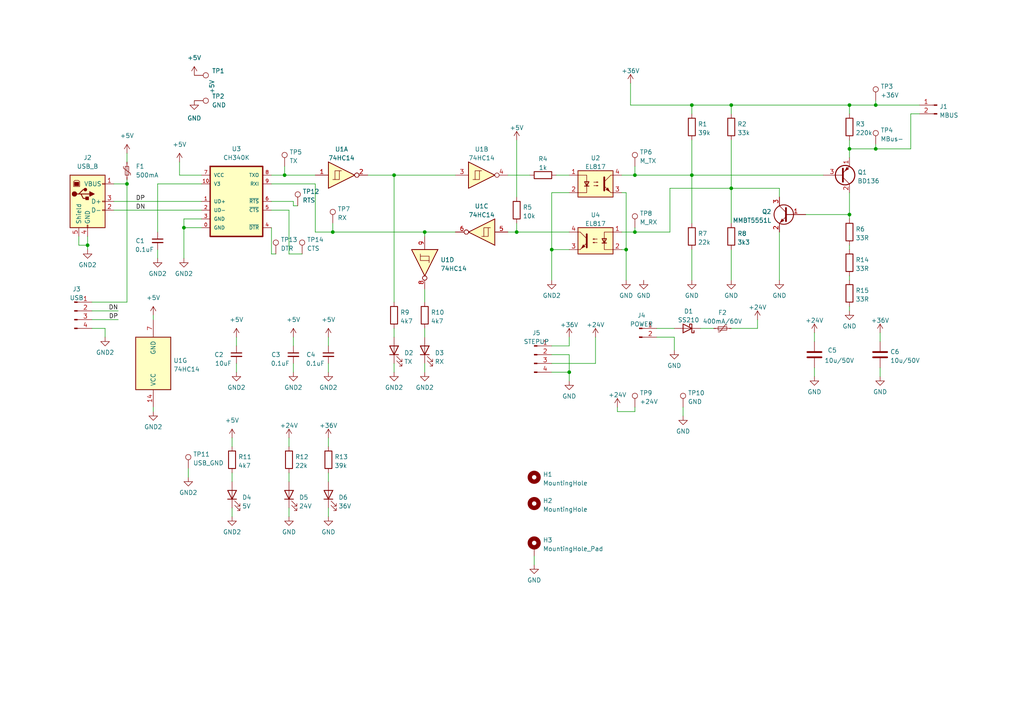
<source format=kicad_sch>
(kicad_sch (version 20211123) (generator eeschema)
  (paper "A4")
  (lib_symbols
    (symbol "74xx:74HC14" (pin_names (offset 1.016))
      (property "Reference" "U" (at 0 1.27 0))
      (property "Value" "74HC14" (at 0 -1.27 0))
      (symbol "74HC14_1_0"
        (polyline (pts (xy -3.81 3.81) (xy -3.81 -3.81) (xy 3.81 0) (xy -3.81 3.81)) (stroke (width 0.254)) (fill (type background)))
        (pin input line (at -7.62 0 0) (length 3.81) (name "~") (number "1"))
        (pin output inverted (at 7.62 0 180) (length 3.81) (name "~") (number "2"))
      )
      (symbol "74HC14_1_1"
        (polyline (pts (xy -1.905 -1.27) (xy -1.905 1.27) (xy -0.635 1.27)))
        (polyline (pts (xy -2.54 -1.27) (xy -0.635 -1.27) (xy -0.635 1.27) (xy 0 1.27)))
      )
      (symbol "74HC14_2_0"
        (polyline (pts (xy -3.81 3.81) (xy -3.81 -3.81) (xy 3.81 0) (xy -3.81 3.81)) (stroke (width 0.254)) (fill (type background)))
        (pin input line (at -7.62 0 0) (length 3.81) (name "~") (number "3"))
        (pin output inverted (at 7.62 0 180) (length 3.81) (name "~") (number "4"))
      )
      (symbol "74HC14_2_1"
        (polyline (pts (xy -1.905 -1.27) (xy -1.905 1.27) (xy -0.635 1.27)))
        (polyline (pts (xy -2.54 -1.27) (xy -0.635 -1.27) (xy -0.635 1.27) (xy 0 1.27)))
      )
      (symbol "74HC14_3_0"
        (polyline (pts (xy -3.81 3.81) (xy -3.81 -3.81) (xy 3.81 0) (xy -3.81 3.81)) (stroke (width 0.254)) (fill (type background)))
        (pin input line (at -7.62 0 0) (length 3.81) (name "~") (number "5"))
        (pin output inverted (at 7.62 0 180) (length 3.81) (name "~") (number "6"))
      )
      (symbol "74HC14_3_1"
        (polyline (pts (xy -1.905 -1.27) (xy -1.905 1.27) (xy -0.635 1.27)))
        (polyline (pts (xy -2.54 -1.27) (xy -0.635 -1.27) (xy -0.635 1.27) (xy 0 1.27)))
      )
      (symbol "74HC14_4_0"
        (polyline (pts (xy -3.81 3.81) (xy -3.81 -3.81) (xy 3.81 0) (xy -3.81 3.81)) (stroke (width 0.254)) (fill (type background)))
        (pin output inverted (at 7.62 0 180) (length 3.81) (name "~") (number "8"))
        (pin input line (at -7.62 0 0) (length 3.81) (name "~") (number "9"))
      )
      (symbol "74HC14_4_1"
        (polyline (pts (xy -1.905 -1.27) (xy -1.905 1.27) (xy -0.635 1.27)))
        (polyline (pts (xy -2.54 -1.27) (xy -0.635 -1.27) (xy -0.635 1.27) (xy 0 1.27)))
      )
      (symbol "74HC14_5_0"
        (polyline (pts (xy -3.81 3.81) (xy -3.81 -3.81) (xy 3.81 0) (xy -3.81 3.81)) (stroke (width 0.254)) (fill (type background)))
        (pin output inverted (at 7.62 0 180) (length 3.81) (name "~") (number "10"))
        (pin input line (at -7.62 0 0) (length 3.81) (name "~") (number "11"))
      )
      (symbol "74HC14_5_1"
        (polyline (pts (xy -1.905 -1.27) (xy -1.905 1.27) (xy -0.635 1.27)))
        (polyline (pts (xy -2.54 -1.27) (xy -0.635 -1.27) (xy -0.635 1.27) (xy 0 1.27)))
      )
      (symbol "74HC14_6_0"
        (polyline (pts (xy -3.81 3.81) (xy -3.81 -3.81) (xy 3.81 0) (xy -3.81 3.81)) (stroke (width 0.254)) (fill (type background)))
        (pin output inverted (at 7.62 0 180) (length 3.81) (name "~") (number "12"))
        (pin input line (at -7.62 0 0) (length 3.81) (name "~") (number "13"))
      )
      (symbol "74HC14_6_1"
        (polyline (pts (xy -1.905 -1.27) (xy -1.905 1.27) (xy -0.635 1.27)))
        (polyline (pts (xy -2.54 -1.27) (xy -0.635 -1.27) (xy -0.635 1.27) (xy 0 1.27)))
      )
      (symbol "74HC14_7_0"
        (pin power_in line (at 0 12.7 270) (length 5.08) (name "VCC") (number "14"))
        (pin power_in line (at 0 -12.7 90) (length 5.08) (name "GND") (number "7"))
      )
      (symbol "74HC14_7_1"
        (rectangle (start -5.08 7.62) (end 5.08 -7.62) (stroke (width 0.254)) (fill (type background)))
      )
    )
    (symbol "CH340E:CH340K" (pin_names (offset 1.016))
      (property "Reference" "U" (at -7.62 10.795 0))
      (property "Value" "CH340K" (at -7.62 -12.7 0))
      (symbol "CH340K_0_0"
        (rectangle (start -7.62 -10.16) (end 7.62 10.16) (stroke (width 0.4064)) (fill (type background)))
        (pin bidirectional line (at -10.16 -7.62 0) (length 2.54) (name "GND") (number "0"))
        (pin bidirectional line (at -10.16 0 0) (length 2.54) (name "UD+") (number "1"))
        (pin bidirectional line (at -10.16 5.08 0) (length 2.54) (name "V3") (number "10"))
        (pin bidirectional line (at -10.16 -2.54 0) (length 2.54) (name "UD-") (number "2"))
        (pin bidirectional line (at -10.16 -5.08 0) (length 2.54) (name "GND") (number "3"))
        (pin bidirectional line (at 10.16 -7.62 180) (length 2.54) (name "~{DTR}") (number "4"))
        (pin bidirectional line (at 10.16 -2.54 180) (length 2.54) (name "~{CTS}") (number "5"))
        (pin bidirectional line (at 10.16 0 180) (length 2.54) (name "~{RTS}") (number "6"))
        (pin bidirectional line (at -10.16 7.62 0) (length 2.54) (name "VCC") (number "7"))
        (pin bidirectional line (at 10.16 7.62 180) (length 2.54) (name "TXO") (number "8"))
        (pin bidirectional line (at 10.16 5.08 180) (length 2.54) (name "RXI") (number "9"))
      )
    )
    (symbol "Connector:Conn_01x02_Male" (pin_names (offset 1.016) hide)
      (property "Reference" "J" (at 0 2.54 0))
      (property "Value" "Conn_01x02_Male" (at 0 -5.08 0))
      (symbol "Conn_01x02_Male_1_1"
        (polyline (pts (xy 1.27 -2.54) (xy 0.8636 -2.54)) (stroke (width 0.1524)))
        (polyline (pts (xy 1.27 0) (xy 0.8636 0)) (stroke (width 0.1524)))
        (rectangle (start 0.8636 -2.413) (end 0 -2.667) (stroke (width 0.1524)) (fill (type outline)))
        (rectangle (start 0.8636 0.127) (end 0 -0.127) (stroke (width 0.1524)) (fill (type outline)))
        (pin passive line (at 5.08 0 180) (length 3.81) (name "Pin_1") (number "1"))
        (pin passive line (at 5.08 -2.54 180) (length 3.81) (name "Pin_2") (number "2"))
      )
    )
    (symbol "Connector:Conn_01x04_Male" (pin_names (offset 1.016) hide)
      (property "Reference" "J" (at 0 5.08 0))
      (property "Value" "Conn_01x04_Male" (at 0 -7.62 0))
      (symbol "Conn_01x04_Male_1_1"
        (polyline (pts (xy 1.27 -5.08) (xy 0.8636 -5.08)) (stroke (width 0.1524)))
        (polyline (pts (xy 1.27 -2.54) (xy 0.8636 -2.54)) (stroke (width 0.1524)))
        (polyline (pts (xy 1.27 0) (xy 0.8636 0)) (stroke (width 0.1524)))
        (polyline (pts (xy 1.27 2.54) (xy 0.8636 2.54)) (stroke (width 0.1524)))
        (rectangle (start 0.8636 -4.953) (end 0 -5.207) (stroke (width 0.1524)) (fill (type outline)))
        (rectangle (start 0.8636 -2.413) (end 0 -2.667) (stroke (width 0.1524)) (fill (type outline)))
        (rectangle (start 0.8636 0.127) (end 0 -0.127) (stroke (width 0.1524)) (fill (type outline)))
        (rectangle (start 0.8636 2.667) (end 0 2.413) (stroke (width 0.1524)) (fill (type outline)))
        (pin passive line (at 5.08 2.54 180) (length 3.81) (name "Pin_1") (number "1"))
        (pin passive line (at 5.08 0 180) (length 3.81) (name "Pin_2") (number "2"))
        (pin passive line (at 5.08 -2.54 180) (length 3.81) (name "Pin_3") (number "3"))
        (pin passive line (at 5.08 -5.08 180) (length 3.81) (name "Pin_4") (number "4"))
      )
    )
    (symbol "Connector:TestPoint" (pin_numbers hide) (pin_names (offset 0.762) hide)
      (property "Reference" "TP" (at 0 6.858 0))
      (property "Value" "TestPoint" (at 0 5.08 0))
      (symbol "TestPoint_0_1"
        (circle (center 0 3.302) (radius 0.762))
      )
      (symbol "TestPoint_1_1"
        (pin passive line (at 0 0 90) (length 2.54) (name "1") (number "1"))
      )
    )
    (symbol "Connector:USB_B" (pin_names (offset 1.016))
      (property "Reference" "J1" (at 0 12.7 0))
      (property "Value" "USB_B" (at 0 10.16 0))
      (symbol "USB_B_0_1"
        (rectangle (start -5.08 -7.62) (end 5.08 7.62) (stroke (width 0.254)) (fill (type background)))
        (circle (center -3.81 2.159) (radius 0.635) (stroke (width 0.254)) (fill (type outline)))
        (rectangle (start -3.81 5.588) (end -2.54 4.572) (fill (type outline)))
        (circle (center -0.635 3.429) (radius 0.381) (stroke (width 0.254)) (fill (type outline)))
        (rectangle (start -0.127 -7.62) (end 0.127 -6.858))
        (polyline (pts (xy -1.905 2.159) (xy 0.635 2.159)) (stroke (width 0.254)))
        (polyline (pts (xy -3.175 2.159) (xy -2.54 2.159) (xy -1.27 3.429) (xy -0.635 3.429)) (stroke (width 0.254)))
        (polyline (pts (xy -2.54 2.159) (xy -1.905 2.159) (xy -1.27 0.889) (xy 0 0.889)) (stroke (width 0.254)))
        (polyline (pts (xy 0.635 2.794) (xy 0.635 1.524) (xy 1.905 2.159) (xy 0.635 2.794)) (stroke (width 0.254)) (fill (type outline)))
        (polyline (pts (xy -4.064 4.318) (xy -2.286 4.318) (xy -2.286 5.715) (xy -2.667 6.096) (xy -3.683 6.096) (xy -4.064 5.715) (xy -4.064 4.318)))
        (rectangle (start 0.254 1.27) (end -0.508 0.508) (stroke (width 0.254)) (fill (type outline)))
        (rectangle (start 5.08 -2.667) (end 4.318 -2.413))
        (rectangle (start 5.08 -0.127) (end 4.318 0.127))
        (rectangle (start 5.08 4.953) (end 4.318 5.207))
      )
      (symbol "USB_B_1_1"
        (pin power_out line (at 7.62 5.08 180) (length 2.54) (name "VBUS") (number "1"))
        (pin bidirectional line (at 7.62 -2.54 180) (length 2.54) (name "D-") (number "2"))
        (pin bidirectional line (at 7.62 0 180) (length 2.54) (name "D+") (number "3"))
        (pin power_out line (at 0 -10.16 90) (length 2.54) (name "GND") (number "4"))
        (pin passive line (at -2.54 -10.16 90) (length 2.54) (name "Shield") (number "5"))
      )
    )
    (symbol "Device:C" (pin_numbers hide) (pin_names (offset 0.254))
      (property "Reference" "C" (at 0.635 2.54 0))
      (property "Value" "C" (at 0.635 -2.54 0))
      (symbol "C_0_1"
        (polyline (pts (xy -2.032 -0.762) (xy 2.032 -0.762)) (stroke (width 0.508)))
        (polyline (pts (xy -2.032 0.762) (xy 2.032 0.762)) (stroke (width 0.508)))
      )
      (symbol "C_1_1"
        (pin passive line (at 0 3.81 270) (length 2.794) (name "~") (number "1"))
        (pin passive line (at 0 -3.81 90) (length 2.794) (name "~") (number "2"))
      )
    )
    (symbol "Device:C_Small" (pin_numbers hide) (pin_names (offset 0.254) hide)
      (property "Reference" "C" (at 0.254 1.778 0))
      (property "Value" "C_Small" (at 0.254 -2.032 0))
      (symbol "C_Small_0_1"
        (polyline (pts (xy -1.524 -0.508) (xy 1.524 -0.508)) (stroke (width 0.3302)))
        (polyline (pts (xy -1.524 0.508) (xy 1.524 0.508)) (stroke (width 0.3048)))
      )
      (symbol "C_Small_1_1"
        (pin passive line (at 0 2.54 270) (length 2.032) (name "~") (number "1"))
        (pin passive line (at 0 -2.54 90) (length 2.032) (name "~") (number "2"))
      )
    )
    (symbol "Device:D_Schottky" (pin_numbers hide) (pin_names (offset 1.016) hide)
      (property "Reference" "D" (at 0 2.54 0))
      (property "Value" "D_Schottky" (at 0 -2.54 0))
      (symbol "D_Schottky_0_1"
        (polyline (pts (xy 1.27 0) (xy -1.27 0)))
        (polyline (pts (xy 1.27 1.27) (xy 1.27 -1.27) (xy -1.27 0) (xy 1.27 1.27)) (stroke (width 0.254)))
        (polyline (pts (xy -1.905 0.635) (xy -1.905 1.27) (xy -1.27 1.27) (xy -1.27 -1.27) (xy -0.635 -1.27) (xy -0.635 -0.635)) (stroke (width 0.254)))
      )
      (symbol "D_Schottky_1_1"
        (pin passive line (at -3.81 0 0) (length 2.54) (name "K") (number "1"))
        (pin passive line (at 3.81 0 180) (length 2.54) (name "A") (number "2"))
      )
    )
    (symbol "Device:LED" (pin_numbers hide) (pin_names (offset 1.016) hide)
      (property "Reference" "D" (at 0 2.54 0))
      (property "Value" "LED" (at 0 -2.54 0))
      (symbol "LED_0_1"
        (polyline (pts (xy -1.27 -1.27) (xy -1.27 1.27)) (stroke (width 0.254)))
        (polyline (pts (xy -1.27 0) (xy 1.27 0)))
        (polyline (pts (xy 1.27 -1.27) (xy 1.27 1.27) (xy -1.27 0) (xy 1.27 -1.27)) (stroke (width 0.254)))
        (polyline (pts (xy -3.048 -0.762) (xy -4.572 -2.286) (xy -3.81 -2.286) (xy -4.572 -2.286) (xy -4.572 -1.524)))
        (polyline (pts (xy -1.778 -0.762) (xy -3.302 -2.286) (xy -2.54 -2.286) (xy -3.302 -2.286) (xy -3.302 -1.524)))
      )
      (symbol "LED_1_1"
        (pin passive line (at -3.81 0 0) (length 2.54) (name "K") (number "1"))
        (pin passive line (at 3.81 0 180) (length 2.54) (name "A") (number "2"))
      )
    )
    (symbol "Device:Polyfuse_Small" (pin_numbers hide) (pin_names (offset 0))
      (property "Reference" "F" (at -1.905 0 90))
      (property "Value" "Polyfuse_Small" (at 1.905 0 90))
      (symbol "Polyfuse_Small_0_1"
        (rectangle (start -0.508 1.27) (end 0.508 -1.27))
        (polyline (pts (xy 0 2.54) (xy 0 -2.54)))
        (polyline (pts (xy -1.016 1.27) (xy -1.016 0.762) (xy 1.016 -0.762) (xy 1.016 -1.27)))
      )
      (symbol "Polyfuse_Small_1_1"
        (pin passive line (at 0 2.54 270) (length 0.635) (name "~") (number "1"))
        (pin passive line (at 0 -2.54 90) (length 0.635) (name "~") (number "2"))
      )
    )
    (symbol "Device:R" (pin_numbers hide) (pin_names (offset 0))
      (property "Reference" "R" (at 2.032 0 90))
      (property "Value" "R" (at 0 0 90))
      (symbol "R_0_1"
        (rectangle (start -1.016 -2.54) (end 1.016 2.54) (stroke (width 0.254)))
      )
      (symbol "R_1_1"
        (pin passive line (at 0 3.81 270) (length 1.27) (name "~") (number "1"))
        (pin passive line (at 0 -3.81 90) (length 1.27) (name "~") (number "2"))
      )
    )
    (symbol "Isolator:EL817" (pin_names (offset 1.016))
      (property "Reference" "U" (at -5.08 5.08 0))
      (property "Value" "EL817" (at 0 5.08 0))
      (symbol "EL817_0_1"
        (rectangle (start -5.08 3.81) (end 5.08 -3.81) (stroke (width 0.254)) (fill (type background)))
        (polyline (pts (xy -3.175 -0.635) (xy -1.905 -0.635)) (stroke (width 0.254)))
        (polyline (pts (xy 2.54 0.635) (xy 4.445 2.54)))
        (polyline (pts (xy 4.445 -2.54) (xy 2.54 -0.635)) (fill (type outline)))
        (polyline (pts (xy 4.445 -2.54) (xy 5.08 -2.54)))
        (polyline (pts (xy 4.445 2.54) (xy 5.08 2.54)))
        (polyline (pts (xy -5.08 2.54) (xy -2.54 2.54) (xy -2.54 -0.635)))
        (polyline (pts (xy -2.54 -0.635) (xy -2.54 -2.54) (xy -5.08 -2.54)))
        (polyline (pts (xy 2.54 1.905) (xy 2.54 -1.905) (xy 2.54 -1.905)) (stroke (width 0.508)))
        (polyline (pts (xy -2.54 -0.635) (xy -3.175 0.635) (xy -1.905 0.635) (xy -2.54 -0.635)) (stroke (width 0.254)))
        (polyline (pts (xy -0.508 -0.508) (xy 0.762 -0.508) (xy 0.381 -0.635) (xy 0.381 -0.381) (xy 0.762 -0.508)))
        (polyline (pts (xy -0.508 0.508) (xy 0.762 0.508) (xy 0.381 0.381) (xy 0.381 0.635) (xy 0.762 0.508)))
        (polyline (pts (xy 3.048 -1.651) (xy 3.556 -1.143) (xy 4.064 -2.159) (xy 3.048 -1.651) (xy 3.048 -1.651)) (fill (type outline)))
      )
      (symbol "EL817_1_1"
        (pin passive line (at -7.62 2.54 0) (length 2.54) (name "~") (number "1"))
        (pin passive line (at -7.62 -2.54 0) (length 2.54) (name "~") (number "2"))
        (pin passive line (at 7.62 -2.54 180) (length 2.54) (name "~") (number "3"))
        (pin passive line (at 7.62 2.54 180) (length 2.54) (name "~") (number "4"))
      )
    )
    (symbol "Mechanical:MountingHole" (pin_names (offset 1.016))
      (property "Reference" "H" (at 0 5.08 0))
      (property "Value" "MountingHole" (at 0 3.175 0))
      (symbol "MountingHole_0_1"
        (circle (center 0 0) (radius 1.27) (stroke (width 1.27)))
      )
    )
    (symbol "Mechanical:MountingHole_Pad" (pin_numbers hide) (pin_names (offset 1.016) hide)
      (property "Reference" "H" (at 0 6.35 0))
      (property "Value" "MountingHole_Pad" (at 0 4.445 0))
      (symbol "MountingHole_Pad_0_1"
        (circle (center 0 1.27) (radius 1.27) (stroke (width 1.27)))
      )
      (symbol "MountingHole_Pad_1_1"
        (pin input line (at 0 -2.54 90) (length 2.54) (name "1") (number "1"))
      )
    )
    (symbol "Transistor_BJT:BD136" (pin_names (offset 0) hide)
      (property "Reference" "Q" (at 5.08 1.905 0))
      (property "Value" "BD136" (at 5.08 0 0))
      (symbol "BD136_0_1"
        (polyline (pts (xy 0 0) (xy 0.635 0)))
        (polyline (pts (xy 2.54 -2.54) (xy 0.635 -0.635)))
        (polyline (pts (xy 2.54 2.54) (xy 0.635 0.635)))
        (polyline (pts (xy 0.635 1.905) (xy 0.635 -1.905) (xy 0.635 -1.905)) (stroke (width 0.508)) (fill (type outline)))
        (polyline (pts (xy 1.778 -2.286) (xy 2.286 -1.778) (xy 1.27 -1.27) (xy 1.778 -2.286) (xy 1.778 -2.286)) (fill (type outline)))
        (circle (center 1.27 0) (radius 2.8194) (stroke (width 0.3048)))
      )
      (symbol "BD136_1_1"
        (pin passive line (at 2.54 -5.08 90) (length 2.54) (name "E") (number "1"))
        (pin passive line (at 2.54 5.08 270) (length 2.54) (name "C") (number "2"))
        (pin input line (at -5.08 0 0) (length 5.08) (name "B") (number "3"))
      )
    )
    (symbol "Transistor_BJT:MMBT5551L" (pin_names (offset 0) hide)
      (property "Reference" "Q" (at 5.08 1.905 0))
      (property "Value" "MMBT5551L" (at 5.08 0 0))
      (symbol "MMBT5551L_0_1"
        (polyline (pts (xy 0.635 0.635) (xy 2.54 2.54)))
        (polyline (pts (xy 0.635 -0.635) (xy 2.54 -2.54) (xy 2.54 -2.54)))
        (polyline (pts (xy 0.635 1.905) (xy 0.635 -1.905) (xy 0.635 -1.905)) (stroke (width 0.508)))
        (polyline (pts (xy 1.27 -1.778) (xy 1.778 -1.27) (xy 2.286 -2.286) (xy 1.27 -1.778) (xy 1.27 -1.778)) (fill (type outline)))
        (circle (center 1.27 0) (radius 2.8194) (stroke (width 0.254)))
      )
      (symbol "MMBT5551L_1_1"
        (pin input line (at -5.08 0 0) (length 5.715) (name "B") (number "1"))
        (pin passive line (at 2.54 -5.08 90) (length 2.54) (name "E") (number "2"))
        (pin passive line (at 2.54 5.08 270) (length 2.54) (name "C") (number "3"))
      )
    )
    (symbol "power:+24V" (power) (pin_names (offset 0))
      (property "Value" "+24V" (at 0 3.556 0))
      (symbol "+24V_0_1"
        (polyline (pts (xy -0.762 1.27) (xy 0 2.54)))
        (polyline (pts (xy 0 0) (xy 0 2.54)))
        (polyline (pts (xy 0 2.54) (xy 0.762 1.27)))
      )
      (symbol "+24V_1_1"
        (pin power_in line (at 0 0 90) (length 0) hide (name "+24V") (number "1"))
      )
    )
    (symbol "power:+36V" (power) (pin_names (offset 0))
      (property "Value" "+36V" (at 0 3.556 0))
      (symbol "+36V_0_1"
        (polyline (pts (xy -0.762 1.27) (xy 0 2.54)))
        (polyline (pts (xy 0 0) (xy 0 2.54)))
        (polyline (pts (xy 0 2.54) (xy 0.762 1.27)))
      )
      (symbol "+36V_1_1"
        (pin power_in line (at 0 0 90) (length 0) hide (name "+36V") (number "1"))
      )
    )
    (symbol "power:+5V" (power) (pin_names (offset 0))
      (property "Value" "+5V" (at 0 3.556 0))
      (symbol "+5V_0_1"
        (polyline (pts (xy -0.762 1.27) (xy 0 2.54)))
        (polyline (pts (xy 0 0) (xy 0 2.54)))
        (polyline (pts (xy 0 2.54) (xy 0.762 1.27)))
      )
      (symbol "+5V_1_1"
        (pin power_in line (at 0 0 90) (length 0) hide (name "+5V") (number "1"))
      )
    )
    (symbol "power:GND" (power) (pin_names (offset 0))
      (property "Value" "GND" (at 0 -3.81 0))
      (symbol "GND_0_1"
        (polyline (pts (xy 0 0) (xy 0 -1.27) (xy 1.27 -1.27) (xy 0 -2.54) (xy -1.27 -1.27) (xy 0 -1.27)))
      )
      (symbol "GND_1_1"
        (pin power_in line (at 0 0 270) (length 0) hide (name "GND") (number "1"))
      )
    )
    (symbol "power:GND2" (power) (pin_names (offset 0))
      (property "Value" "GND2" (at 0 -3.81 0))
      (symbol "GND2_0_1"
        (polyline (pts (xy 0 0) (xy 0 -1.27) (xy 1.27 -1.27) (xy 0 -2.54) (xy -1.27 -1.27) (xy 0 -1.27)))
      )
      (symbol "GND2_1_1"
        (pin power_in line (at 0 0 270) (length 0) hide (name "GND2") (number "1"))
      )
    )
  )
  (junction (at 53.34 66.04))
  (junction (at 36.83 53.34))
  (junction (at 96.52 67.31))
  (junction (at 212.09 54.61))
  (junction (at 246.38 62.23))
  (junction (at 254 43.18))
  (junction (at 254 30.48))
  (junction (at 184.15 50.8))
  (junction (at 212.09 30.48))
  (junction (at 25.4 71.12))
  (junction (at 149.86 67.31))
  (junction (at 181.61 72.39))
  (junction (at 184.15 67.31))
  (junction (at 82.55 50.8))
  (junction (at 246.38 30.48))
  (junction (at 160.02 72.39))
  (junction (at 114.3 50.8))
  (junction (at 200.66 50.8))
  (junction (at 123.19 67.31))
  (junction (at 200.66 30.48))
  (junction (at 165.1 107.95))
  (junction (at 246.38 43.18))
  (wire (pts (xy 53.34 66.04) (xy 53.34 74.93)))
  (wire (pts (xy 219.71 95.25) (xy 219.71 92.71)))
  (wire (pts (xy 67.31 147.32) (xy 67.31 149.86)))
  (wire (pts (xy 160.02 105.41) (xy 172.72 105.41)))
  (wire (pts (xy 184.15 67.31) (xy 194.31 67.31)))
  (wire (pts (xy 78.74 73.66) (xy 80.01 73.66)))
  (wire (pts (xy 182.88 30.48) (xy 200.66 30.48)))
  (wire (pts (xy 83.82 73.66) (xy 83.82 60.96)))
  (wire (pts (xy 95.25 147.32) (xy 95.25 149.86)))
  (wire (pts (xy 26.67 87.63) (xy 36.83 87.63)))
  (wire (pts (xy 154.94 161.29) (xy 154.94 163.83)))
  (wire (pts (xy 195.58 97.79) (xy 195.58 101.6)))
  (wire (pts (xy 184.15 119.38) (xy 184.15 118.11)))
  (wire (pts (xy 149.86 67.31) (xy 165.1 67.31)))
  (wire (pts (xy 179.07 118.11) (xy 179.07 119.38)))
  (wire (pts (xy 26.67 92.71) (xy 34.29 92.71)))
  (wire (pts (xy 198.12 118.11) (xy 198.12 120.65)))
  (wire (pts (xy 200.66 30.48) (xy 212.09 30.48)))
  (wire (pts (xy 123.19 67.31) (xy 96.52 67.31)))
  (wire (pts (xy 181.61 55.88) (xy 181.61 72.39)))
  (wire (pts (xy 212.09 40.64) (xy 212.09 54.61)))
  (wire (pts (xy 91.44 67.31) (xy 91.44 53.34)))
  (wire (pts (xy 194.31 67.31) (xy 194.31 54.61)))
  (wire (pts (xy 30.48 95.25) (xy 30.48 97.79)))
  (wire (pts (xy 82.55 48.26) (xy 82.55 50.8)))
  (wire (pts (xy 85.09 58.42) (xy 85.09 59.69)))
  (wire (pts (xy 255.27 106.68) (xy 255.27 109.22)))
  (wire (pts (xy 114.3 95.25) (xy 114.3 97.79)))
  (wire (pts (xy 236.22 96.52) (xy 236.22 99.06)))
  (wire (pts (xy 184.15 66.04) (xy 184.15 67.31)))
  (wire (pts (xy 160.02 100.33) (xy 165.1 100.33)))
  (wire (pts (xy 180.34 72.39) (xy 181.61 72.39)))
  (wire (pts (xy 254 43.18) (xy 264.16 43.18)))
  (wire (pts (xy 254 29.21) (xy 254 30.48)))
  (wire (pts (xy 160.02 55.88) (xy 160.02 72.39)))
  (wire (pts (xy 53.34 63.5) (xy 53.34 66.04)))
  (wire (pts (xy 212.09 72.39) (xy 212.09 81.28)))
  (wire (pts (xy 149.86 67.31) (xy 147.32 67.31)))
  (wire (pts (xy 87.63 73.66) (xy 83.82 73.66)))
  (wire (pts (xy 212.09 33.02) (xy 212.09 30.48)))
  (wire (pts (xy 233.68 62.23) (xy 246.38 62.23)))
  (wire (pts (xy 22.86 71.12) (xy 25.4 71.12)))
  (wire (pts (xy 95.25 137.16) (xy 95.25 139.7)))
  (wire (pts (xy 161.29 50.8) (xy 165.1 50.8)))
  (wire (pts (xy 85.09 97.79) (xy 85.09 100.33)))
  (wire (pts (xy 172.72 105.41) (xy 172.72 97.79)))
  (wire (pts (xy 212.09 95.25) (xy 219.71 95.25)))
  (wire (pts (xy 25.4 71.12) (xy 25.4 72.39)))
  (wire (pts (xy 56.3479 21.8441) (xy 56.388 21.844)))
  (wire (pts (xy 246.38 43.18) (xy 246.38 45.72)))
  (wire (pts (xy 212.09 54.61) (xy 212.09 64.77)))
  (wire (pts (xy 26.67 95.25) (xy 30.48 95.25)))
  (wire (pts (xy 45.72 53.34) (xy 58.42 53.34)))
  (wire (pts (xy 160.02 102.87) (xy 165.1 102.87)))
  (wire (pts (xy 165.1 102.87) (xy 165.1 107.95)))
  (wire (pts (xy 190.5 97.79) (xy 195.58 97.79)))
  (wire (pts (xy 180.34 55.88) (xy 181.61 55.88)))
  (wire (pts (xy 184.15 50.8) (xy 200.66 50.8)))
  (wire (pts (xy 149.86 64.77) (xy 149.86 67.31)))
  (wire (pts (xy 36.83 44.45) (xy 36.83 46.99)))
  (wire (pts (xy 194.31 54.61) (xy 212.09 54.61)))
  (wire (pts (xy 160.02 72.39) (xy 160.02 81.28)))
  (wire (pts (xy 246.38 43.18) (xy 254 43.18)))
  (wire (pts (xy 33.02 53.34) (xy 36.83 53.34)))
  (wire (pts (xy 165.1 100.33) (xy 165.1 97.79)))
  (wire (pts (xy 95.25 97.79) (xy 95.25 100.33)))
  (wire (pts (xy 58.42 50.8) (xy 52.07 50.8)))
  (wire (pts (xy 25.4 68.58) (xy 25.4 71.12)))
  (wire (pts (xy 212.09 30.48) (xy 246.38 30.48)))
  (wire (pts (xy 78.74 66.04) (xy 78.74 73.66)))
  (wire (pts (xy 190.5 95.25) (xy 195.58 95.25)))
  (wire (pts (xy 67.31 137.16) (xy 67.31 139.7)))
  (wire (pts (xy 246.38 30.48) (xy 246.38 33.02)))
  (wire (pts (xy 95.25 105.41) (xy 95.25 107.95)))
  (wire (pts (xy 52.07 50.8) (xy 52.07 46.99)))
  (wire (pts (xy 53.34 66.04) (xy 58.42 66.04)))
  (wire (pts (xy 149.86 40.64) (xy 149.86 57.15)))
  (wire (pts (xy 264.16 43.18) (xy 264.16 33.02)))
  (wire (pts (xy 226.06 57.15) (xy 226.06 54.61)))
  (wire (pts (xy 200.66 30.48) (xy 200.66 33.02)))
  (wire (pts (xy 68.58 97.79) (xy 68.58 100.33)))
  (wire (pts (xy 200.66 50.8) (xy 238.76 50.8)))
  (wire (pts (xy 200.66 50.8) (xy 200.66 64.77)))
  (wire (pts (xy 203.2 95.25) (xy 207.01 95.25)))
  (wire (pts (xy 106.68 50.8) (xy 114.3 50.8)))
  (wire (pts (xy 179.07 119.38) (xy 184.15 119.38)))
  (wire (pts (xy 246.38 80.01) (xy 246.38 81.28)))
  (wire (pts (xy 45.72 72.39) (xy 45.72 74.93)))
  (wire (pts (xy 33.02 58.42) (xy 58.42 58.42)))
  (wire (pts (xy 254 30.48) (xy 266.7 30.48)))
  (wire (pts (xy 264.16 33.02) (xy 266.7 33.02)))
  (wire (pts (xy 246.38 30.48) (xy 254 30.48)))
  (wire (pts (xy 246.38 40.64) (xy 246.38 43.18)))
  (wire (pts (xy 44.45 118.11) (xy 44.45 119.38)))
  (wire (pts (xy 123.19 83.82) (xy 123.19 87.63)))
  (wire (pts (xy 83.82 137.16) (xy 83.82 139.7)))
  (wire (pts (xy 226.06 67.31) (xy 226.06 81.28)))
  (wire (pts (xy 95.25 127) (xy 95.25 129.54)))
  (wire (pts (xy 45.72 67.31) (xy 45.72 53.34)))
  (wire (pts (xy 26.67 90.17) (xy 34.29 90.17)))
  (wire (pts (xy 78.74 50.8) (xy 82.55 50.8)))
  (wire (pts (xy 114.3 105.41) (xy 114.3 107.95)))
  (wire (pts (xy 123.19 67.31) (xy 123.19 68.58)))
  (wire (pts (xy 182.88 24.13) (xy 182.88 30.48)))
  (wire (pts (xy 160.02 107.95) (xy 165.1 107.95)))
  (wire (pts (xy 246.38 88.9) (xy 246.38 90.17)))
  (wire (pts (xy 91.44 53.34) (xy 78.74 53.34)))
  (wire (pts (xy 36.83 53.34) (xy 36.83 52.07)))
  (wire (pts (xy 54.61 135.89) (xy 54.61 138.43)))
  (wire (pts (xy 255.27 96.52) (xy 255.27 99.06)))
  (wire (pts (xy 254 41.91) (xy 254 43.18)))
  (wire (pts (xy 147.32 50.8) (xy 153.67 50.8)))
  (wire (pts (xy 132.08 67.31) (xy 123.19 67.31)))
  (wire (pts (xy 114.3 50.8) (xy 114.3 87.63)))
  (wire (pts (xy 165.1 55.88) (xy 160.02 55.88)))
  (wire (pts (xy 180.34 50.8) (xy 184.15 50.8)))
  (wire (pts (xy 246.38 55.88) (xy 246.38 62.23)))
  (wire (pts (xy 33.02 60.96) (xy 58.42 60.96)))
  (wire (pts (xy 56.3479 29.2101) (xy 56.388 29.21)))
  (wire (pts (xy 22.86 68.58) (xy 22.86 71.12)))
  (wire (pts (xy 67.31 127) (xy 67.31 129.54)))
  (wire (pts (xy 246.38 62.23) (xy 246.38 63.5)))
  (wire (pts (xy 83.82 127) (xy 83.82 129.54)))
  (wire (pts (xy 212.09 54.61) (xy 226.06 54.61)))
  (wire (pts (xy 181.61 72.39) (xy 181.61 81.28)))
  (wire (pts (xy 165.1 107.95) (xy 165.1 110.49)))
  (wire (pts (xy 114.3 50.8) (xy 132.08 50.8)))
  (wire (pts (xy 236.22 106.68) (xy 236.22 109.22)))
  (wire (pts (xy 78.74 58.42) (xy 85.09 58.42)))
  (wire (pts (xy 85.09 59.69) (xy 86.36 59.69)))
  (wire (pts (xy 96.52 64.77) (xy 96.52 67.31)))
  (wire (pts (xy 82.55 50.8) (xy 91.44 50.8)))
  (wire (pts (xy 246.38 71.12) (xy 246.38 72.39)))
  (wire (pts (xy 200.66 72.39) (xy 200.66 81.28)))
  (wire (pts (xy 200.66 40.64) (xy 200.66 50.8)))
  (wire (pts (xy 123.19 95.25) (xy 123.19 97.79)))
  (wire (pts (xy 68.58 105.41) (xy 68.58 107.95)))
  (wire (pts (xy 85.09 105.41) (xy 85.09 107.95)))
  (wire (pts (xy 96.52 67.31) (xy 91.44 67.31)))
  (wire (pts (xy 180.34 67.31) (xy 184.15 67.31)))
  (wire (pts (xy 36.83 53.34) (xy 36.83 87.63)))
  (wire (pts (xy 83.82 147.32) (xy 83.82 149.86)))
  (wire (pts (xy 58.42 63.5) (xy 53.34 63.5)))
  (wire (pts (xy 123.19 105.41) (xy 123.19 107.95)))
  (wire (pts (xy 184.15 48.26) (xy 184.15 50.8)))
  (wire (pts (xy 44.45 91.44) (xy 44.45 92.71)))
  (wire (pts (xy 160.02 72.39) (xy 165.1 72.39)))
  (wire (pts (xy 83.82 60.96) (xy 78.74 60.96)))
  (label "DP" (at 34.29 92.71 180))
  (label "DN" (at 39.37 60.96 0))
  (label "DP" (at 39.37 58.42 0))
  (label "DN" (at 34.29 90.17 180))
  (symbol (lib_id "power:+5V") (at 95.25 97.79 0) (unit 1)
    (property "Reference" "#PWR0106" (effects hide))
    (property "Value" "+5V" (at 95.25 92.71 0))
  )
  (symbol (lib_id "Connector:TestPoint") (at 184.15 66.04 0) (unit 1)
    (property "Reference" "TP8" (at 185.547 61.9033 0) (effects (justify left)))
    (property "Value" "M_RX" (at 185.547 64.4402 0) (effects (justify left)))
    (property "Footprint" "TestPoint:TestPoint_THTPad_D2.0mm_Drill1.0mm" (effects hide))
  )
  (symbol (lib_id "power:GND") (at 83.82 149.86 0) (unit 1)
    (property "Reference" "#PWR0114" (effects hide))
    (property "Value" "GND" (at 83.82 154.3034 0))
  )
  (symbol (lib_id "Connector:TestPoint") (at 54.61 135.89 0) (unit 1)
    (property "Reference" "TP11" (at 56.007 131.7533 0) (effects (justify left)))
    (property "Value" "USB_GND" (at 56.007 134.2902 0) (effects (justify left)))
    (property "Footprint" "TestPoint:TestPoint_THTPad_D2.0mm_Drill1.0mm" (effects hide))
  )
  (symbol (lib_id "power:GND2") (at 67.31 149.86 0) (unit 1)
    (property "Reference" "#PWR0118" (effects hide))
    (property "Value" "GND2" (at 67.31 154.3034 0))
  )
  (symbol (lib_id "power:GND2") (at 30.48 97.79 0) (unit 1)
    (property "Reference" "#PWR0128" (effects hide))
    (property "Value" "GND2" (at 30.48 102.2334 0))
  )
  (symbol (lib_id "power:+36V") (at 95.25 127 0) (unit 1)
    (property "Reference" "#PWR0109" (effects hide))
    (property "Value" "+36V" (at 95.25 123.4242 0))
  )
  (symbol (lib_id "power:GND2") (at 45.72 74.93 0) (unit 1)
    (property "Reference" "#PWR0126" (effects hide))
    (property "Value" "GND2" (at 45.72 79.3734 0))
  )
  (symbol (lib_id "Connector:TestPoint") (at 184.15 48.26 0) (unit 1)
    (property "Reference" "TP6" (at 185.547 44.1233 0) (effects (justify left)))
    (property "Value" "M_TX" (at 185.547 46.6602 0) (effects (justify left)))
    (property "Footprint" "TestPoint:TestPoint_THTPad_D2.0mm_Drill1.0mm" (effects hide))
  )
  (symbol (lib_id "power:+24V") (at 219.71 92.71 0) (unit 1)
    (property "Reference" "#PWR0132" (effects hide))
    (property "Value" "+24V" (at 219.71 89.1342 0))
  )
  (symbol (lib_id "Device:Polyfuse_Small") (at 36.83 49.53 0) (unit 1)
    (property "Reference" "F1" (at 39.37 48.2599 0) (effects (justify left)))
    (property "Value" "500mA" (at 39.37 50.7999 0) (effects (justify left)))
    (property "Footprint" "Fuse:Fuse_0603_1608Metric" (effects hide))
    (property "LCSC" "C2844463" (effects hide))
  )
  (symbol (lib_id "Device:LED") (at 67.31 143.51 90) (unit 1)
    (property "Reference" "D4" (at 70.231 144.2628 90) (effects (justify right)))
    (property "Value" "5V" (at 70.231 146.7997 90) (effects (justify right)))
    (property "Footprint" "LED_SMD:LED_0603_1608Metric" (effects hide))
    (property "LCSC" "C72043" (effects hide))
  )
  (symbol (lib_id "Isolator:EL817") (at 172.72 69.85 0) (mirror y) (unit 1)
    (property "Reference" "U4" (at 172.72 62.3402 0))
    (property "Value" "EL817" (at 172.72 64.8771 0))
    (property "Footprint" "Package_DIP:SMDIP-4_W7.62mm" (effects hide))
    (property "Datasheet" "http://www.everlight.com/file/ProductFile/EL817.pdf" (effects hide))
    (property "LCSC" "C106900" (effects hide))
  )
  (symbol (lib_id "power:GND2") (at 95.25 107.95 0) (unit 1)
    (property "Reference" "#PWR0107" (effects hide))
    (property "Value" "GND2" (at 95.25 112.3934 0))
  )
  (symbol (lib_id "power:GND") (at 212.09 81.28 0) (unit 1)
    (property "Reference" "#PWR0130" (effects hide))
    (property "Value" "GND" (at 212.09 85.7234 0))
  )
  (symbol (lib_id "Connector:TestPoint") (at 82.55 48.26 0) (unit 1)
    (property "Reference" "TP5" (at 83.947 44.1233 0) (effects (justify left)))
    (property "Value" "TX" (at 83.947 46.6602 0) (effects (justify left)))
    (property "Footprint" "TestPoint:TestPoint_THTPad_D2.0mm_Drill1.0mm" (effects hide))
  )
  (symbol (lib_id "power:GND2") (at 123.19 107.95 0) (unit 1)
    (property "Reference" "#PWR0119" (effects hide))
    (property "Value" "GND2" (at 123.19 112.3934 0))
  )
  (symbol (lib_id "power:+5V") (at 56.3479 21.8441 0) (unit 1)
    (property "Reference" "#PWR0103" (effects hide))
    (property "Value" "+5V" (at 56.3479 16.7641 0))
  )
  (symbol (lib_id "Device:R") (at 212.09 36.83 0) (unit 1)
    (property "Reference" "R2" (at 213.868 35.9953 0) (effects (justify left)))
    (property "Value" "33k" (at 213.868 38.5322 0) (effects (justify left)))
    (property "Footprint" "Resistor_SMD:R_0603_1608Metric" (effects hide))
    (property "LCSC" "C4216" (effects hide))
  )
  (symbol (lib_id "Device:LED") (at 114.3 101.6 90) (unit 1)
    (property "Reference" "D2" (at 117.221 102.3528 90) (effects (justify right)))
    (property "Value" "TX" (at 117.221 104.8897 90) (effects (justify right)))
    (property "LCSC" "C2286" (effects hide))
    (property "Value" "TX" (effects hide))
  )
  (symbol (lib_id "Device:R") (at 114.3 91.44 0) (unit 1)
    (property "Reference" "R9" (at 116.078 90.6053 0) (effects (justify left)))
    (property "Value" "4k7" (at 116.078 93.1422 0) (effects (justify left)))
    (property "Footprint" "Resistor_SMD:R_0603_1608Metric" (effects hide))
    (property "LCSC" "C23162" (effects hide))
  )
  (symbol (lib_id "power:GND") (at 154.94 163.83 0) (unit 1)
    (property "Reference" "#PWR0127" (effects hide))
    (property "Value" "GND" (at 154.94 168.2734 0))
  )
  (symbol (lib_id "power:GND2") (at 85.09 107.95 0) (unit 1)
    (property "Reference" "#PWR0105" (effects hide))
    (property "Value" "GND2" (at 85.09 112.3934 0))
  )
  (symbol (lib_id "Device:D_Schottky") (at 199.39 95.25 180) (unit 1)
    (property "Reference" "D1" (at 199.7075 90.2802 0))
    (property "Value" "SS210" (at 199.7075 92.8171 0))
    (property "LCSC" "C14996" (effects hide))
    (property "Value" "SS210" (effects hide))
  )
  (symbol (lib_id "Mechanical:MountingHole") (at 154.94 138.43 0) (unit 1)
    (property "Reference" "H1" (at 157.48 137.5953 0) (effects (justify left)))
    (property "Value" "MountingHole" (at 157.48 140.1322 0) (effects (justify left)))
    (property "Value" "MountingHole" (effects hide))
  )
  (symbol (lib_id "74xx:74HC14") (at 139.7 67.31 180) (unit 3)
    (property "Reference" "U1" (at 139.7 59.8002 0))
    (property "Value" "74HC14" (at 139.7 62.3371 0))
    (property "Datasheet" "http://www.ti.com/lit/gpn/sn74HC14" (effects hide))
    (property "Datasheet" "http://www.ti.com/lit/gpn/sn74HC14" (effects hide))
    (property "LCSC" "C5605" (effects hide))
    (property "Value" "74HC14" (effects hide))
    (property "JLCPCB_CORRECTION" "0;0;270" (effects hide))
  )
  (symbol (lib_id "power:GND") (at 255.27 109.22 0) (unit 1)
    (property "Reference" "#PWR0135" (effects hide))
    (property "Value" "GND" (at 255.27 113.6634 0))
  )
  (symbol (lib_id "power:GND") (at 181.61 81.28 0) (unit 1)
    (property "Reference" "#PWR0143" (effects hide))
    (property "Value" "GND" (at 181.61 85.7234 0))
  )
  (symbol (lib_id "power:GND") (at 226.06 81.28 0) (unit 1)
    (property "Reference" "#PWR0131" (effects hide))
    (property "Value" "GND" (at 226.06 85.7234 0))
  )
  (symbol (lib_id "power:+5V") (at 149.86 40.64 0) (unit 1)
    (property "Reference" "#PWR0101" (effects hide))
    (property "Value" "+5V" (at 149.86 37.0642 0))
  )
  (symbol (lib_id "Connector:TestPoint") (at 184.15 118.11 0) (unit 1)
    (property "Reference" "TP9" (at 185.547 113.9733 0) (effects (justify left)))
    (property "Value" "+24V" (at 185.547 116.5102 0) (effects (justify left)))
    (property "Footprint" "TestPoint:TestPoint_THTPad_D2.0mm_Drill1.0mm" (effects hide))
  )
  (symbol (lib_id "power:+36V") (at 182.88 24.13 0) (unit 1)
    (property "Reference" "#PWR0140" (effects hide))
    (property "Value" "+36V" (at 182.88 20.5542 0))
  )
  (symbol (lib_id "Device:C") (at 255.27 102.87 0) (unit 1)
    (property "Reference" "C6" (at 258.191 102.0353 0) (effects (justify left)))
    (property "Value" "10u/50V" (at 258.191 104.5722 0) (effects (justify left)))
    (property "Footprint" "Capacitor_SMD:C_0805_2012Metric" (effects hide))
    (property "LCSC" "C440198" (effects hide))
  )
  (symbol (lib_id "power:+5V") (at 67.31 127 0) (unit 1)
    (property "Reference" "#PWR0116" (effects hide))
    (property "Value" "+5V" (at 67.31 121.92 0))
  )
  (symbol (lib_id "Device:R") (at 212.09 68.58 0) (unit 1)
    (property "Reference" "R8" (at 213.868 67.7453 0) (effects (justify left)))
    (property "Value" "3k3" (at 213.868 70.2822 0) (effects (justify left)))
    (property "Footprint" "Resistor_SMD:R_0603_1608Metric" (effects hide))
    (property "LCSC" "C22978" (effects hide))
  )
  (symbol (lib_id "Mechanical:MountingHole") (at 154.94 146.05 0) (unit 1)
    (property "Reference" "H2" (at 157.48 145.2153 0) (effects (justify left)))
    (property "Value" "MountingHole" (at 157.48 147.7522 0) (effects (justify left)))
    (property "Footprint" "MountingHole:MountingHole_3.2mm_M3_ISO14580" (effects hide))
  )
  (symbol (lib_id "power:GND") (at 56.3479 29.2101 0) (unit 1)
    (property "Reference" "#PWR0102" (effects hide))
    (property "Value" "GND" (at 56.3479 34.2901 0))
  )
  (symbol (lib_id "Device:R") (at 246.38 76.2 0) (unit 1)
    (property "Reference" "R14" (at 248.158 75.3653 0) (effects (justify left)))
    (property "Value" "33R" (at 248.158 77.9022 0) (effects (justify left)))
    (property "Footprint" "Resistor_SMD:R_0805_2012Metric" (effects hide))
    (property "LCSC" "C17634" (effects hide))
  )
  (symbol (lib_id "Connector:TestPoint") (at 86.36 59.69 0) (unit 1)
    (property "Reference" "TP12" (at 87.757 55.5533 0) (effects (justify left)))
    (property "Value" "RTS" (at 87.757 58.0902 0) (effects (justify left)))
    (property "Footprint" "TestPoint:TestPoint_THTPad_D2.0mm_Drill1.0mm" (effects hide))
  )
  (symbol (lib_id "power:GND") (at 236.22 109.22 0) (unit 1)
    (property "Reference" "#PWR0139" (effects hide))
    (property "Value" "GND" (at 236.22 113.6634 0))
  )
  (symbol (lib_id "power:GND2") (at 25.4 72.39 0) (unit 1)
    (property "Reference" "#PWR0123" (effects hide))
    (property "Value" "GND2" (at 25.4 76.8334 0))
  )
  (symbol (lib_id "power:GND2") (at 68.58 107.95 0) (unit 1)
    (property "Reference" "#PWR0112" (effects hide))
    (property "Value" "GND2" (at 68.58 112.3934 0))
  )
  (symbol (lib_id "Device:Polyfuse_Small") (at 209.55 95.25 90) (unit 1)
    (property "Reference" "F2" (at 209.55 90.6612 90))
    (property "Value" "400mA/60V" (at 209.55 93.1981 90))
    (property "LCSC" "C462518" (effects hide))
    (property "Value" "400mA/60V" (effects hide))
  )
  (symbol (lib_id "Device:R") (at 83.82 133.35 0) (unit 1)
    (property "Reference" "R12" (at 85.598 132.5153 0) (effects (justify left)))
    (property "Value" "22k" (at 85.598 135.0522 0) (effects (justify left)))
    (property "Footprint" "Resistor_SMD:R_0603_1608Metric" (effects hide))
    (property "LCSC" "C31850" (effects hide))
  )
  (symbol (lib_id "power:GND") (at 200.66 81.28 0) (unit 1)
    (property "Reference" "#PWR0141" (effects hide))
    (property "Value" "GND" (at 200.66 85.7234 0))
  )
  (symbol (lib_id "Connector:TestPoint") (at 198.12 118.11 0) (unit 1)
    (property "Reference" "TP10" (at 199.517 113.9733 0) (effects (justify left)))
    (property "Value" "GND" (at 199.517 116.5102 0) (effects (justify left)))
    (property "Footprint" "TestPoint:TestPoint_THTPad_D2.0mm_Drill1.0mm" (effects hide))
  )
  (symbol (lib_id "power:GND") (at 195.58 101.6 0) (unit 1)
    (property "Reference" "#PWR0133" (effects hide))
    (property "Value" "GND" (at 195.58 106.0434 0))
  )
  (symbol (lib_id "power:+24V") (at 172.72 97.79 0) (unit 1)
    (property "Reference" "#PWR0146" (effects hide))
    (property "Value" "+24V" (at 172.72 94.2142 0))
  )
  (symbol (lib_id "Device:R") (at 246.38 85.09 0) (unit 1)
    (property "Reference" "R15" (at 248.158 84.2553 0) (effects (justify left)))
    (property "Value" "33R" (at 248.158 86.7922 0) (effects (justify left)))
    (property "Footprint" "Resistor_SMD:R_0805_2012Metric" (effects hide))
    (property "LCSC" "C17634" (effects hide))
  )
  (symbol (lib_id "Mechanical:MountingHole_Pad") (at 154.94 158.75 0) (unit 1)
    (property "Reference" "H3" (at 157.48 156.6453 0) (effects (justify left)))
    (property "Value" "MountingHole_Pad" (at 157.48 159.1822 0) (effects (justify left)))
    (property "Value" "MountingHole_Pad" (effects hide))
  )
  (symbol (lib_id "Connector:Conn_01x02_Male") (at 271.78 30.48 0) (mirror y) (unit 1)
    (property "Reference" "J1" (at 272.4912 30.9153 0) (effects (justify right)))
    (property "Value" "MBUS" (at 272.4912 33.4522 0) (effects (justify right)))
    (property "Value" "MBUS" (effects hide))
  )
  (symbol (lib_id "Device:R") (at 149.86 60.96 0) (unit 1)
    (property "Reference" "R5" (at 151.638 60.1253 0) (effects (justify left)))
    (property "Value" "10k" (at 151.638 62.6622 0) (effects (justify left)))
    (property "Footprint" "Resistor_SMD:R_0603_1608Metric" (effects hide))
    (property "LCSC" "C25804" (effects hide))
  )
  (symbol (lib_id "Device:C") (at 236.22 102.87 0) (unit 1)
    (property "Reference" "C5" (at 240.03 101.6 0) (effects (justify left)))
    (property "Value" "10u/50V" (at 239.141 104.5722 0) (effects (justify left)))
    (property "LCSC" "C440198" (effects hide))
    (property "Value" "10u/50V" (effects hide))
  )
  (symbol (lib_id "power:+24V") (at 179.07 118.11 0) (unit 1)
    (property "Reference" "#PWR0137" (effects hide))
    (property "Value" "+24V" (at 179.07 114.5342 0))
  )
  (symbol (lib_id "Device:C_Small") (at 95.25 102.87 0) (unit 1)
    (property "Reference" "C4" (at 90.17 102.87 0))
    (property "Value" "0.1uF" (at 91.44 105.41 0))
    (property "Footprint" "Capacitor_SMD:C_0603_1608Metric" (effects hide))
    (property "LCSC" "C14663" (effects hide))
  )
  (symbol (lib_id "Device:R") (at 200.66 68.58 0) (unit 1)
    (property "Reference" "R7" (at 202.438 67.7453 0) (effects (justify left)))
    (property "Value" "22k" (at 202.438 70.2822 0) (effects (justify left)))
    (property "Footprint" "Resistor_SMD:R_0603_1608Metric" (effects hide))
    (property "LCSC" "C31850" (effects hide))
  )
  (symbol (lib_id "Device:R") (at 200.66 36.83 0) (unit 1)
    (property "Reference" "R1" (at 202.438 35.9953 0) (effects (justify left)))
    (property "Value" "39k" (at 202.438 38.5322 0) (effects (justify left)))
    (property "LCSC" "C23153" (effects hide))
    (property "Value" "39k" (effects hide))
  )
  (symbol (lib_id "Connector:Conn_01x04_Male") (at 154.94 102.87 0) (unit 1)
    (property "Reference" "J5" (at 155.575 96.554 0))
    (property "Value" "STEPUP" (at 155.575 99.0909 0))
    (property "Value" "STEPUP" (effects hide))
  )
  (symbol (lib_id "power:GND") (at 198.12 120.65 0) (unit 1)
    (property "Reference" "#PWR0136" (effects hide))
    (property "Value" "GND" (at 198.12 125.0934 0))
  )
  (symbol (lib_id "power:GND2") (at 114.3 107.95 0) (unit 1)
    (property "Reference" "#PWR0120" (effects hide))
    (property "Value" "GND2" (at 114.3 112.3934 0))
  )
  (symbol (lib_id "power:+5V") (at 85.09 97.79 0) (unit 1)
    (property "Reference" "#PWR0104" (effects hide))
    (property "Value" "+5V" (at 85.09 92.71 0))
  )
  (symbol (lib_id "Device:C_Small") (at 68.58 102.87 0) (unit 1)
    (property "Reference" "C2" (at 63.5 102.87 0))
    (property "Value" "10uF" (at 64.77 105.41 0))
    (property "Footprint" "Capacitor_SMD:C_0603_1608Metric" (effects hide))
    (property "LCSC" "C96446" (effects hide))
  )
  (symbol (lib_id "Connector:TestPoint") (at 87.63 73.66 0) (unit 1)
    (property "Reference" "TP14" (at 89.027 69.5233 0) (effects (justify left)))
    (property "Value" "CTS" (at 89.027 72.0602 0) (effects (justify left)))
    (property "Footprint" "TestPoint:TestPoint_THTPad_D2.0mm_Drill1.0mm" (effects hide))
  )
  (symbol (lib_id "Device:R") (at 157.48 50.8 90) (unit 1)
    (property "Reference" "R4" (at 157.48 46.0842 90))
    (property "Value" "1k" (at 157.48 48.6211 90))
    (property "LCSC" "C21190" (effects hide))
    (property "Value" "1k" (effects hide))
  )
  (symbol (lib_id "Connector:Conn_01x04_Male") (at 21.59 90.17 0) (unit 1)
    (property "Reference" "J3" (at 22.225 83.854 0))
    (property "Value" "USB" (at 22.225 86.3909 0))
    (property "Footprint" "Connector_PinHeader_2.54mm:PinHeader_1x04_P2.54mm_Vertical" (effects hide))
  )
  (symbol (lib_id "Device:R") (at 123.19 91.44 0) (unit 1)
    (property "Reference" "R10" (at 124.968 90.6053 0) (effects (justify left)))
    (property "Value" "4k7" (at 124.968 93.1422 0) (effects (justify left)))
    (property "Value" "4k7" (effects hide))
    (property "LCSC" "C23162" (effects hide))
  )
  (symbol (lib_id "power:GND") (at 246.38 90.17 0) (unit 1)
    (property "Reference" "#PWR0129" (effects hide))
    (property "Value" "GND" (at 246.38 94.6134 0))
  )
  (symbol (lib_id "Device:LED") (at 95.25 143.51 90) (unit 1)
    (property "Reference" "D6" (at 98.171 144.2628 90) (effects (justify right)))
    (property "Value" "36V" (at 98.171 146.7997 90) (effects (justify right)))
    (property "Footprint" "LED_SMD:LED_0603_1608Metric" (effects hide))
    (property "LCSC" "C72043" (effects hide))
  )
  (symbol (lib_id "Device:R") (at 95.25 133.35 0) (unit 1)
    (property "Reference" "R13" (at 97.028 132.5153 0) (effects (justify left)))
    (property "Value" "39k" (at 97.028 135.0522 0) (effects (justify left)))
    (property "Footprint" "Resistor_SMD:R_0603_1608Metric" (effects hide))
    (property "LCSC" "C23153" (effects hide))
  )
  (symbol (lib_id "74xx:74HC14") (at 99.06 50.8 0) (unit 1)
    (property "Reference" "U1" (at 99.06 43.2902 0))
    (property "Value" "74HC14" (at 99.06 45.8271 0))
    (property "Datasheet" "http://www.ti.com/lit/gpn/sn74HC14" (effects hide))
    (property "Datasheet" "http://www.ti.com/lit/gpn/sn74HC14" (effects hide))
    (property "LCSC" "C5605" (effects hide))
    (property "Value" "74HC14" (effects hide))
    (property "JLCPCB_CORRECTION" "0;0;270" (effects hide))
  )
  (symbol (lib_id "power:GND2") (at 44.45 119.38 0) (unit 1)
    (property "Reference" "#PWR0111" (effects hide))
    (property "Value" "GND2" (at 44.45 123.8234 0))
  )
  (symbol (lib_id "Device:LED") (at 83.82 143.51 90) (unit 1)
    (property "Reference" "D5" (at 86.741 144.2628 90) (effects (justify right)))
    (property "Value" "24V" (at 86.741 146.7997 90) (effects (justify right)))
    (property "Footprint" "LED_SMD:LED_0603_1608Metric" (effects hide))
    (property "LCSC" "C72043" (effects hide))
  )
  (symbol (lib_id "74xx:74HC14") (at 123.19 76.2 270) (unit 4)
    (property "Reference" "U1" (at 127.762 75.3653 90) (effects (justify left)))
    (property "Value" "74HC14" (at 127.762 77.9022 90) (effects (justify left)))
    (property "Datasheet" "http://www.ti.com/lit/gpn/sn74HC14" (effects hide))
    (property "LCSC" "C5605" (effects hide))
    (property "Datasheet" "http://www.ti.com/lit/gpn/sn74HC14" (effects hide))
    (property "JLCPCB_CORRECTION" "0;0;270" (effects hide))
  )
  (symbol (lib_id "Connector:Conn_01x02_Male") (at 185.42 95.25 0) (unit 1)
    (property "Reference" "J4" (at 186.055 91.474 0))
    (property "Value" "POWER" (at 186.055 94.0109 0))
    (property "Value" "POWER" (effects hide))
  )
  (symbol (lib_id "74xx:74HC14") (at 44.45 105.41 180) (unit 7)
    (property "Reference" "U1" (at 50.292 104.5753 0) (effects (justify right)))
    (property "Value" "74HC14" (at 50.292 107.1122 0) (effects (justify right)))
    (property "Datasheet" "http://www.ti.com/lit/gpn/sn74HC14" (effects hide))
    (property "Datasheet" "http://www.ti.com/lit/gpn/sn74HC14" (effects hide))
    (property "LCSC" "C5605" (effects hide))
    (property "Value" "74HC14" (effects hide))
    (property "JLCPCB_CORRECTION" "0;0;270" (effects hide))
  )
  (symbol (lib_id "power:+24V") (at 83.82 127 0) (unit 1)
    (property "Reference" "#PWR0108" (effects hide))
    (property "Value" "+24V" (at 83.82 123.4242 0))
  )
  (symbol (lib_id "Connector:TestPoint") (at 254 41.91 0) (unit 1)
    (property "Reference" "TP4" (at 255.397 37.7733 0) (effects (justify left)))
    (property "Value" "MBus-" (at 255.397 40.3102 0) (effects (justify left)))
    (property "Footprint" "TestPoint:TestPoint_THTPad_D2.0mm_Drill1.0mm" (effects hide))
  )
  (symbol (lib_id "Transistor_BJT:BD136") (at 243.84 50.8 0) (mirror x) (unit 1)
    (property "Reference" "Q1" (at 248.7168 49.9653 0) (effects (justify left)))
    (property "Value" "BD136" (at 248.7168 52.5022 0) (effects (justify left)))
    (property "Datasheet" "http://www.st.com/internet/com/TECHNICAL_RESOURCES/TECHNICAL_LITERATURE/DATASHEET/CD00001225.pdf" (effects hide))
    (property "Datasheet" "http://www.st.com/internet/com/TECHNICAL_RESOURCES/TECHNICAL_LITERATURE/DATASHEET/CD00001225.pdf" (effects hide))
    (property "Value" "BD136" (effects hide))
  )
  (symbol (lib_id "Device:LED") (at 123.19 101.6 90) (unit 1)
    (property "Reference" "D3" (at 126.111 102.3528 90) (effects (justify right)))
    (property "Value" "RX" (at 126.111 104.8897 90) (effects (justify right)))
    (property "Footprint" "LED_SMD:LED_0603_1608Metric" (effects hide))
    (property "LCSC" "C2286" (effects hide))
  )
  (symbol (lib_id "power:GND") (at 165.1 110.49 0) (unit 1)
    (property "Reference" "#PWR0121" (effects hide))
    (property "Value" "GND" (at 165.1 114.9334 0))
  )
  (symbol (lib_id "74xx:74HC14") (at 139.7 50.8 0) (unit 2)
    (property "Reference" "U1" (at 139.7 43.2902 0))
    (property "Value" "74HC14" (at 139.7 45.8271 0))
    (property "Datasheet" "http://www.ti.com/lit/gpn/sn74HC14" (effects hide))
    (property "Datasheet" "http://www.ti.com/lit/gpn/sn74HC14" (effects hide))
    (property "LCSC" "C5605" (effects hide))
    (property "Value" "74HC14" (effects hide))
    (property "JLCPCB_CORRECTION" "0;0;270" (effects hide))
  )
  (symbol (lib_id "power:GND2") (at 160.02 81.28 0) (unit 1)
    (property "Reference" "#PWR0144" (effects hide))
    (property "Value" "GND2" (at 160.02 85.7234 0))
  )
  (symbol (lib_id "power:GND") (at 95.25 149.86 0) (unit 1)
    (property "Reference" "#PWR0115" (effects hide))
    (property "Value" "GND" (at 95.25 154.3034 0))
  )
  (symbol (lib_id "power:+24V") (at 236.22 96.52 0) (unit 1)
    (property "Reference" "#PWR0138" (effects hide))
    (property "Value" "+24V" (at 236.22 92.9442 0))
  )
  (symbol (lib_id "Connector:TestPoint") (at 80.01 73.66 0) (unit 1)
    (property "Reference" "TP13" (at 81.407 69.5233 0) (effects (justify left)))
    (property "Value" "DTR" (at 81.407 72.0602 0) (effects (justify left)))
    (property "Footprint" "TestPoint:TestPoint_THTPad_D2.0mm_Drill1.0mm" (effects hide))
  )
  (symbol (lib_id "power:GND2") (at 54.61 138.43 0) (unit 1)
    (property "Reference" "#PWR0117" (effects hide))
    (property "Value" "GND2" (at 54.61 142.8734 0))
  )
  (symbol (lib_id "Connector:TestPoint") (at 56.388 29.21 270) (unit 1)
    (property "Reference" "TP2" (at 61.468 27.9399 90) (effects (justify left)))
    (property "Value" "GND" (at 61.468 30.4799 90) (effects (justify left)))
    (property "Footprint" "TestPoint:TestPoint_THTPad_D2.0mm_Drill1.0mm" (effects hide))
  )
  (symbol (lib_id "power:+36V") (at 255.27 96.52 0) (unit 1)
    (property "Reference" "#PWR0134" (effects hide))
    (property "Value" "+36V" (at 255.27 92.9442 0))
  )
  (symbol (lib_id "power:+5V") (at 68.58 97.79 0) (unit 1)
    (property "Reference" "#PWR0113" (effects hide))
    (property "Value" "+5V" (at 68.58 92.71 0))
  )
  (symbol (lib_id "Connector:TestPoint") (at 96.52 64.77 0) (unit 1)
    (property "Reference" "TP7" (at 97.917 60.6333 0) (effects (justify left)))
    (property "Value" "RX" (at 97.917 63.1702 0) (effects (justify left)))
    (property "Value" "RX" (effects hide))
  )
  (symbol (lib_id "Isolator:EL817") (at 172.72 53.34 0) (unit 1)
    (property "Reference" "U2" (at 172.72 45.8302 0))
    (property "Value" "EL817" (at 172.72 48.3671 0))
    (property "Datasheet" "http://www.everlight.com/file/ProductFile/EL817.pdf" (effects hide))
    (property "Datasheet" "http://www.everlight.com/file/ProductFile/EL817.pdf" (effects hide))
    (property "LCSC" "C106900" (effects hide))
    (property "Value" "EL817" (effects hide))
  )
  (symbol (lib_id "power:+36V") (at 165.1 97.79 0) (unit 1)
    (property "Reference" "#PWR0145" (effects hide))
    (property "Value" "+36V" (at 165.1 94.2142 0))
  )
  (symbol (lib_id "Connector:TestPoint") (at 254 29.21 0) (unit 1)
    (property "Reference" "TP3" (at 255.397 25.0733 0) (effects (justify left)))
    (property "Value" "+36V" (at 255.397 27.6102 0) (effects (justify left)))
    (property "Footprint" "TestPoint:TestPoint_THTPad_D2.0mm_Drill1.0mm" (effects hide))
  )
  (symbol (lib_id "Device:C_Small") (at 45.72 69.85 0) (unit 1)
    (property "Reference" "C1" (at 40.64 69.85 0))
    (property "Value" "0.1uF" (at 41.91 72.39 0))
    (property "Footprint" "Capacitor_SMD:C_0603_1608Metric" (effects hide))
    (property "LCSC" "C14663" (effects hide))
  )
  (symbol (lib_id "power:GND") (at 186.69 81.28 0) (unit 1)
    (property "Reference" "#PWR0142" (effects hide))
    (property "Value" "GND" (at 186.69 85.7234 0))
  )
  (symbol (lib_id "CH340E:CH340K") (at 68.58 58.42 0) (unit 1)
    (property "Reference" "U3" (at 68.58 43.18 0))
    (property "Value" "CH340K" (at 68.58 45.72 0))
    (property "Footprint" "Package_SO:SSOP-10_3.9x4.9mm_P1.00mm" (effects hide))
    (property "PROD_ID" "IC-14135" (effects hide))
    (property "LCSC" "C968586" (effects hide))
    (property "JLCPCB_CORRECTION" "0;0;270" (effects hide))
  )
  (symbol (lib_id "Connector:TestPoint") (at 56.388 21.844 270) (unit 1)
    (property "Reference" "TP1" (at 61.468 20.5739 90) (effects (justify left)))
    (property "Value" "+5V" (at 61.468 23.1139 0) (effects (justify left)))
    (property "Footprint" "TestPoint:TestPoint_THTPad_D2.0mm_Drill1.0mm" (effects hide))
  )
  (symbol (lib_id "Connector:USB_B") (at 25.4 58.42 0) (unit 1)
    (property "Reference" "J2" (at 25.4 45.72 0))
    (property "Value" "USB_B" (at 25.4 48.26 0))
    (property "Footprint" "Connector_USB:USB_B_Lumberg_2411_02_Horizontal" (effects hide))
    (property "Datasheet" " ~" (effects hide))
  )
  (symbol (lib_id "Device:R") (at 246.38 67.31 0) (unit 1)
    (property "Reference" "R6" (at 248.158 66.4753 0) (effects (justify left)))
    (property "Value" "33R" (at 248.158 69.0122 0) (effects (justify left)))
    (property "Footprint" "Resistor_SMD:R_0805_2012Metric" (effects hide))
    (property "LCSC" "C17634" (effects hide))
  )
  (symbol (lib_id "power:GND2") (at 53.34 74.93 0) (unit 1)
    (property "Reference" "#PWR0122" (effects hide))
    (property "Value" "GND2" (at 53.34 79.3734 0))
  )
  (symbol (lib_id "Device:C_Small") (at 85.09 102.87 0) (unit 1)
    (property "Reference" "C3" (at 80.01 102.87 0))
    (property "Value" "0.1uF" (at 81.28 105.41 0))
    (property "Footprint" "Capacitor_SMD:C_0603_1608Metric" (effects hide))
    (property "LCSC" "C14663" (effects hide))
  )
  (symbol (lib_id "Device:R") (at 67.31 133.35 0) (unit 1)
    (property "Reference" "R11" (at 69.088 132.5153 0) (effects (justify left)))
    (property "Value" "4k7" (at 69.088 135.0522 0) (effects (justify left)))
    (property "Footprint" "Resistor_SMD:R_0603_1608Metric" (effects hide))
    (property "LCSC" "C23162" (effects hide))
  )
  (symbol (lib_id "Transistor_BJT:MMBT5551L") (at 228.6 62.23 0) (mirror y) (unit 1)
    (property "Reference" "Q2" (at 223.7487 61.3953 0) (effects (justify left)))
    (property "Value" "MMBT5551L" (at 223.7487 63.9322 0) (effects (justify left)))
    (property "Datasheet" "www.onsemi.com/pub/Collateral/MMBT5550LT1-D.PDF" (effects hide))
    (property "Datasheet" "www.onsemi.com/pub/Collateral/MMBT5550LT1-D.PDF" (effects hide))
    (property "LCSC" "C2145" (effects hide))
    (property "Value" "MMBT5551L" (effects hide))
  )
  (symbol (lib_id "Device:R") (at 246.38 36.83 0) (unit 1)
    (property "Reference" "R3" (at 248.158 35.9953 0) (effects (justify left)))
    (property "Value" "220k" (at 248.158 38.5322 0) (effects (justify left)))
    (property "Footprint" "Resistor_SMD:R_0603_1608Metric" (effects hide))
    (property "LCSC" "C22961" (effects hide))
  )
  (symbol (lib_id "power:+5V") (at 36.83 44.45 0) (unit 1)
    (property "Reference" "#PWR0125" (effects hide))
    (property "Value" "+5V" (at 36.83 39.37 0))
  )
  (symbol (lib_id "power:+5V") (at 52.07 46.99 0) (unit 1)
    (property "Reference" "#PWR0124" (effects hide))
    (property "Value" "+5V" (at 52.07 41.91 0))
  )
  (symbol (lib_id "power:+5V") (at 44.45 91.44 0) (unit 1)
    (property "Reference" "#PWR0110" (effects hide))
    (property "Value" "+5V" (at 44.45 86.36 0))
  )
)
</source>
